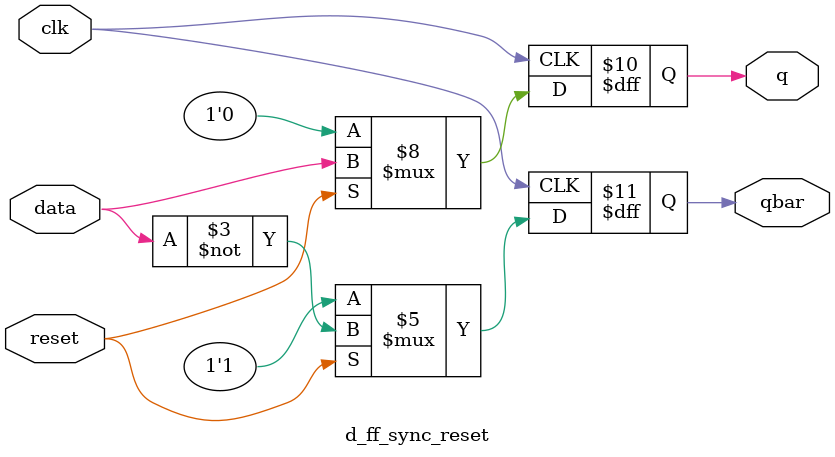
<source format=v>
module rs_latch_inst(r, s, clk, q);
  input r, s, clk;
  output q;

  wire S_g, R_g, Qa, Qb /* synthesis keep */;

  and(R_g, r, clk);
  and(S_g, s, clk);
  nor(Qa, R_g, Qb);
  nor(Qb, S_g, Qa);

  assign q = Qa; 

endmodule

// RS latch implementation using logic expressions
module rs_latch_l(r, s, clk, q);
  input r, s, clk;
  output q;

  wire S_g, R_g, Qa, Qb /* synthesis keep */;

  assign R_g = r & clk;
  assign S_g = s & clk;
  assign Qa = ~(R_g | Qb);
  assign Qb = ~(S_g | Qa); 

  assign q = Qa;

endmodule


// D latch implementation using always block
module d_latch(data, clk, reset, q);
  input data, clk, reset;
  output reg q;

  always@ (data, clk, reset) 
    if (~reset) begin
      q <= 1'b0;
    end else if (clk) begin
      q <= data;
    end

endmodule


// implementation of positive edge triggered d flip-flop with asynchronous reset
module d_ff_async_reset(data, clk, reset, q, qbar);
  input data, clk, reset;
  output reg q, qbar;

  always@ (posedge clk, negedge reset)
    if (~reset) begin
      q <= 1'b0;
      qbar <= 1'b1;
    end else begin
      q <= data;
      qbar <= ~data;
    end

endmodule


// implementation of positive edge triggered d flip-flop with synchronous reset
module d_ff_sync_reset(data, clk, reset, q, qbar);
  input data, clk, reset;
  output reg q, qbar;

  always@ (posedge clk)
    if (~reset) begin
      q <= 1'b0;
      qbar <= 1'b1;
    end else begin
      q <= data;
      qbar <= ~data;
    end

endmodule



</source>
